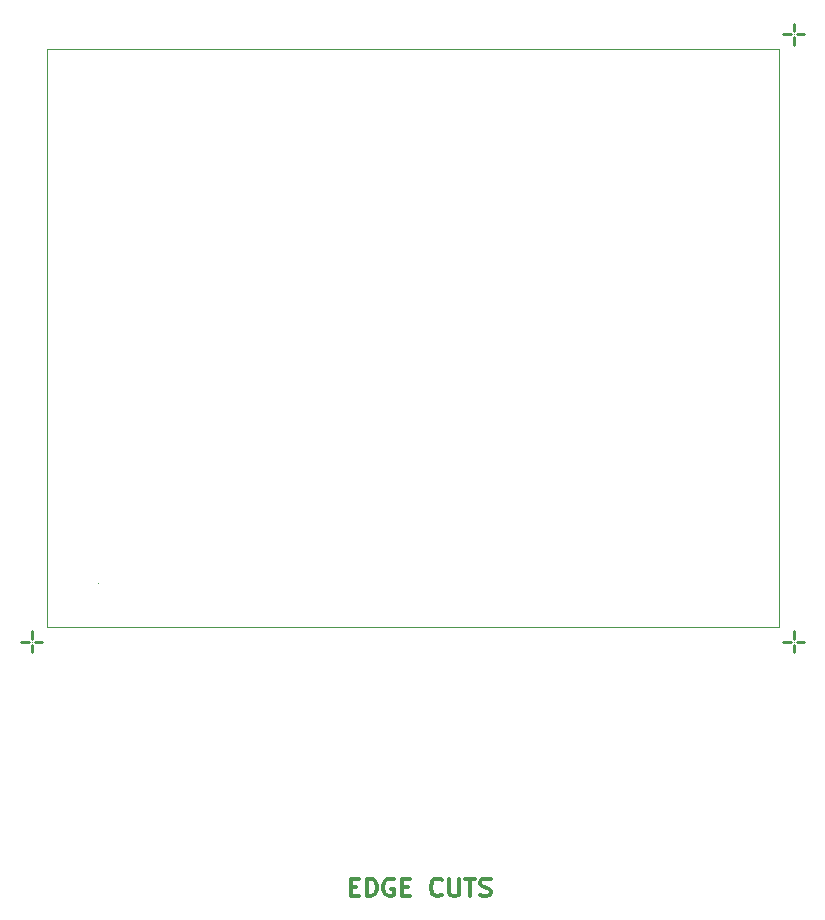
<source format=gbr>
G04 (created by PCBNEW (2013-07-07 BZR 4022)-stable) date 2/14/2016 6:55:42 AM*
%MOIN*%
G04 Gerber Fmt 3.4, Leading zero omitted, Abs format*
%FSLAX34Y34*%
G01*
G70*
G90*
G04 APERTURE LIST*
%ADD10C,0.00590551*%
%ADD11C,0.01*%
%ADD12C,0.011811*%
%ADD13C,0.00393701*%
G04 APERTURE END LIST*
G54D10*
G54D11*
X50000Y-12400D02*
X50000Y-12150D01*
X50000Y-12600D02*
X50000Y-12850D01*
X49900Y-12500D02*
X49650Y-12500D01*
X50100Y-12500D02*
X50350Y-12500D01*
X50000Y-32850D02*
X50000Y-33100D01*
X49900Y-32750D02*
X49650Y-32750D01*
X50100Y-32750D02*
X50350Y-32750D01*
X50000Y-32400D02*
X50000Y-32650D01*
X24600Y-32650D02*
X24600Y-32400D01*
X24500Y-32750D02*
X24250Y-32750D01*
X24600Y-32850D02*
X24600Y-33100D01*
X24700Y-32750D02*
X24950Y-32750D01*
G54D12*
X35229Y-40929D02*
X35426Y-40929D01*
X35511Y-41239D02*
X35229Y-41239D01*
X35229Y-40648D01*
X35511Y-40648D01*
X35764Y-41239D02*
X35764Y-40648D01*
X35904Y-40648D01*
X35989Y-40676D01*
X36045Y-40732D01*
X36073Y-40789D01*
X36101Y-40901D01*
X36101Y-40985D01*
X36073Y-41098D01*
X36045Y-41154D01*
X35989Y-41210D01*
X35904Y-41239D01*
X35764Y-41239D01*
X36664Y-40676D02*
X36607Y-40648D01*
X36523Y-40648D01*
X36439Y-40676D01*
X36382Y-40732D01*
X36354Y-40789D01*
X36326Y-40901D01*
X36326Y-40985D01*
X36354Y-41098D01*
X36382Y-41154D01*
X36439Y-41210D01*
X36523Y-41239D01*
X36579Y-41239D01*
X36664Y-41210D01*
X36692Y-41182D01*
X36692Y-40985D01*
X36579Y-40985D01*
X36945Y-40929D02*
X37142Y-40929D01*
X37226Y-41239D02*
X36945Y-41239D01*
X36945Y-40648D01*
X37226Y-40648D01*
X38267Y-41182D02*
X38238Y-41210D01*
X38154Y-41239D01*
X38098Y-41239D01*
X38014Y-41210D01*
X37957Y-41154D01*
X37929Y-41098D01*
X37901Y-40985D01*
X37901Y-40901D01*
X37929Y-40789D01*
X37957Y-40732D01*
X38014Y-40676D01*
X38098Y-40648D01*
X38154Y-40648D01*
X38238Y-40676D01*
X38267Y-40704D01*
X38520Y-40648D02*
X38520Y-41126D01*
X38548Y-41182D01*
X38576Y-41210D01*
X38632Y-41239D01*
X38745Y-41239D01*
X38801Y-41210D01*
X38829Y-41182D01*
X38857Y-41126D01*
X38857Y-40648D01*
X39054Y-40648D02*
X39391Y-40648D01*
X39223Y-41239D02*
X39223Y-40648D01*
X39560Y-41210D02*
X39645Y-41239D01*
X39785Y-41239D01*
X39841Y-41210D01*
X39870Y-41182D01*
X39898Y-41126D01*
X39898Y-41070D01*
X39870Y-41014D01*
X39841Y-40985D01*
X39785Y-40957D01*
X39673Y-40929D01*
X39616Y-40901D01*
X39588Y-40873D01*
X39560Y-40817D01*
X39560Y-40760D01*
X39588Y-40704D01*
X39616Y-40676D01*
X39673Y-40648D01*
X39813Y-40648D01*
X39898Y-40676D01*
G54D13*
X24600Y-32750D02*
G75*
G03X24600Y-32750I0J0D01*
G74*
G01*
X24599Y-32750D02*
X24600Y-32750D01*
X24600Y-32749D02*
X24600Y-32750D01*
X50000Y-32750D02*
G75*
G03X50000Y-32750I0J0D01*
G74*
G01*
X49999Y-32750D02*
X50000Y-32750D01*
X50000Y-32749D02*
X50000Y-32750D01*
X50000Y-12500D02*
G75*
G03X50000Y-12500I0J0D01*
G74*
G01*
X49999Y-12500D02*
X50000Y-12500D01*
X50000Y-12499D02*
X50000Y-12500D01*
X25100Y-32250D02*
X49500Y-32250D01*
X26800Y-30800D02*
G75*
G03X26800Y-30800I0J0D01*
G74*
G01*
X25100Y-13000D02*
X25100Y-32250D01*
X49500Y-32250D02*
X49500Y-13000D01*
X49500Y-13000D02*
X25100Y-13000D01*
M02*

</source>
